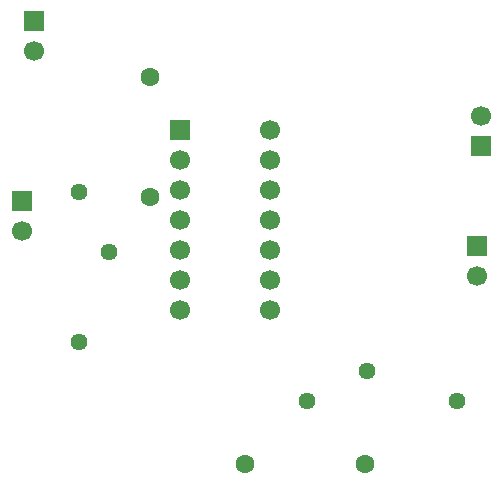
<source format=gts>
G04 Layer_Color=8388736*
%FSLAX42Y42*%
%MOMM*%
G71*
G01*
G75*
%ADD20C,1.70*%
%ADD21R,1.70X1.70*%
%ADD22C,1.44*%
%ADD23C,1.60*%
%ADD24R,1.70X1.70*%
%ADD25C,1.70*%
D20*
X4432Y3492D02*
D03*
X4394Y2134D02*
D03*
X546Y2515D02*
D03*
X648Y4039D02*
D03*
D21*
X4432Y3238D02*
D03*
X4394Y2388D02*
D03*
X546Y2769D02*
D03*
X648Y4293D02*
D03*
D22*
X1029Y1575D02*
D03*
X1283Y2337D02*
D03*
X1029Y2845D02*
D03*
X4229Y1080D02*
D03*
X3467Y1334D02*
D03*
X2959Y1080D02*
D03*
D23*
X1626Y3823D02*
D03*
Y2807D02*
D03*
X2438Y546D02*
D03*
X3454D02*
D03*
D24*
X1880Y3378D02*
D03*
D25*
Y3124D02*
D03*
Y2870D02*
D03*
Y2616D02*
D03*
Y2362D02*
D03*
Y2108D02*
D03*
Y1854D02*
D03*
X2642Y3378D02*
D03*
Y3124D02*
D03*
Y2870D02*
D03*
Y2616D02*
D03*
Y2362D02*
D03*
Y2108D02*
D03*
Y1854D02*
D03*
M02*

</source>
